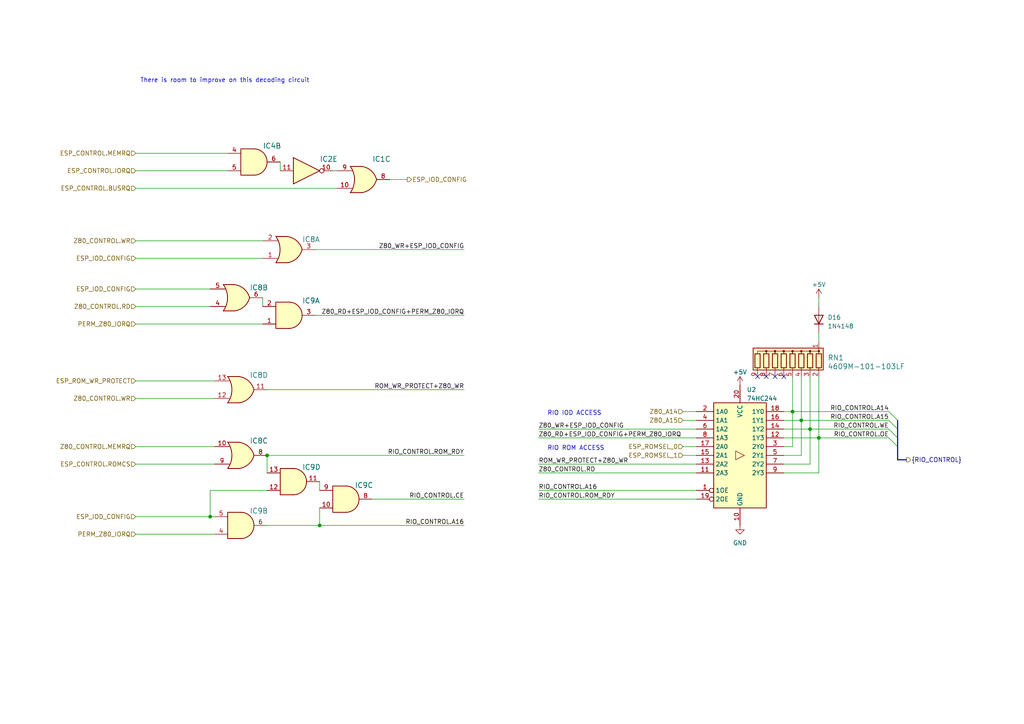
<source format=kicad_sch>
(kicad_sch (version 20230121) (generator eeschema)
  (paper "A4")
  (lib_symbols
    (symbol "74xx:74HC04"
      (property "Reference" "U" (at 0 1.27 0))
      (property "Value" "74HC04" (at 0 -1.27 0))
      (symbol "74HC04_1_0"
        (polyline (pts (xy -3.81 3.81) (xy -3.81 -3.81) (xy 3.81 0) (xy -3.81 3.81)) (stroke (width 0.254)) (fill (type background)))
        (pin input line (at -7.62 0 0) (length 3.81) (name "~") (number "1"))
        (pin output inverted (at 7.62 0 180) (length 3.81) (name "~") (number "2"))
      )
      (symbol "74HC04_2_0"
        (polyline (pts (xy -3.81 3.81) (xy -3.81 -3.81) (xy 3.81 0) (xy -3.81 3.81)) (stroke (width 0.254)) (fill (type background)))
        (pin input line (at -7.62 0 0) (length 3.81) (name "~") (number "3"))
        (pin output inverted (at 7.62 0 180) (length 3.81) (name "~") (number "4"))
      )
      (symbol "74HC04_3_0"
        (polyline (pts (xy -3.81 3.81) (xy -3.81 -3.81) (xy 3.81 0) (xy -3.81 3.81)) (stroke (width 0.254)) (fill (type background)))
        (pin input line (at -7.62 0 0) (length 3.81) (name "~") (number "5"))
        (pin output inverted (at 7.62 0 180) (length 3.81) (name "~") (number "6"))
      )
      (symbol "74HC04_4_0"
        (polyline (pts (xy -3.81 3.81) (xy -3.81 -3.81) (xy 3.81 0) (xy -3.81 3.81)) (stroke (width 0.254)) (fill (type background)))
        (pin output inverted (at 7.62 0 180) (length 3.81) (name "~") (number "8"))
        (pin input line (at -7.62 0 0) (length 3.81) (name "~") (number "9"))
      )
      (symbol "74HC04_5_0"
        (polyline (pts (xy -3.81 3.81) (xy -3.81 -3.81) (xy 3.81 0) (xy -3.81 3.81)) (stroke (width 0.254)) (fill (type background)))
        (pin output inverted (at 7.62 0 180) (length 3.81) (name "~") (number "10"))
        (pin input line (at -7.62 0 0) (length 3.81) (name "~") (number "11"))
      )
      (symbol "74HC04_6_0"
        (polyline (pts (xy -3.81 3.81) (xy -3.81 -3.81) (xy 3.81 0) (xy -3.81 3.81)) (stroke (width 0.254)) (fill (type background)))
        (pin output inverted (at 7.62 0 180) (length 3.81) (name "~") (number "12"))
        (pin input line (at -7.62 0 0) (length 3.81) (name "~") (number "13"))
      )
      (symbol "74HC04_7_0"
        (pin power_in line (at 0 12.7 270) (length 5.08) (name "VCC") (number "14"))
        (pin power_in line (at 0 -12.7 90) (length 5.08) (name "GND") (number "7"))
      )
      (symbol "74HC04_7_1"
        (rectangle (start -5.08 7.62) (end 5.08 -7.62) (stroke (width 0.254)) (fill (type background)))
      )
    )
    (symbol "74xx:74HC244"
      (property "Reference" "U" (at -7.62 16.51 0))
      (property "Value" "74HC244" (at -7.62 -16.51 0))
      (symbol "74HC244_1_0"
        (polyline (pts (xy 1.27 0) (xy -1.27 1.27) (xy -1.27 -1.27) (xy 1.27 0)) (stroke (width 0.1524)))
        (pin input inverted (at -12.7 -10.16 0) (length 5.08) (name "1OE") (number "1"))
        (pin power_in line (at 0 -20.32 90) (length 5.08) (name "GND") (number "10"))
        (pin input line (at -12.7 -5.08 0) (length 5.08) (name "2A3") (number "11"))
        (pin tri_state line (at 12.7 5.08 180) (length 5.08) (name "1Y3") (number "12"))
        (pin input line (at -12.7 -2.54 0) (length 5.08) (name "2A2") (number "13"))
        (pin tri_state line (at 12.7 7.62 180) (length 5.08) (name "1Y2") (number "14"))
        (pin input line (at -12.7 0 0) (length 5.08) (name "2A1") (number "15"))
        (pin tri_state line (at 12.7 10.16 180) (length 5.08) (name "1Y1") (number "16"))
        (pin input line (at -12.7 2.54 0) (length 5.08) (name "2A0") (number "17"))
        (pin tri_state line (at 12.7 12.7 180) (length 5.08) (name "1Y0") (number "18"))
        (pin input inverted (at -12.7 -12.7 0) (length 5.08) (name "2OE") (number "19"))
        (pin input line (at -12.7 12.7 0) (length 5.08) (name "1A0") (number "2"))
        (pin power_in line (at 0 20.32 270) (length 5.08) (name "VCC") (number "20"))
        (pin tri_state line (at 12.7 2.54 180) (length 5.08) (name "2Y0") (number "3"))
        (pin input line (at -12.7 10.16 0) (length 5.08) (name "1A1") (number "4"))
        (pin tri_state line (at 12.7 0 180) (length 5.08) (name "2Y1") (number "5"))
        (pin input line (at -12.7 7.62 0) (length 5.08) (name "1A2") (number "6"))
        (pin tri_state line (at 12.7 -2.54 180) (length 5.08) (name "2Y2") (number "7"))
        (pin input line (at -12.7 5.08 0) (length 5.08) (name "1A3") (number "8"))
        (pin tri_state line (at 12.7 -5.08 180) (length 5.08) (name "2Y3") (number "9"))
      )
      (symbol "74HC244_1_1"
        (rectangle (start -7.62 15.24) (end 7.62 -15.24) (stroke (width 0.254)) (fill (type background)))
      )
    )
    (symbol "74xx:74LS08" (pin_names (offset 1.016))
      (property "Reference" "U" (at 0 1.27 0))
      (property "Value" "74LS08" (at 0 -1.27 0))
      (symbol "74LS08_1_1"
        (arc (start 0 -3.81) (mid 3.7934 0) (end 0 3.81) (stroke (width 0.254)) (fill (type background)))
        (polyline (pts (xy 0 3.81) (xy -3.81 3.81) (xy -3.81 -3.81) (xy 0 -3.81)) (stroke (width 0.254)) (fill (type background)))
        (pin input line (at -7.62 2.54 0) (length 3.81) (name "~") (number "1"))
        (pin input line (at -7.62 -2.54 0) (length 3.81) (name "~") (number "2"))
        (pin output line (at 7.62 0 180) (length 3.81) (name "~") (number "3"))
      )
      (symbol "74LS08_1_2"
        (arc (start -3.81 -3.81) (mid -2.589 0) (end -3.81 3.81) (stroke (width 0.254)))
        (arc (start -0.6096 -3.81) (mid 2.1842 -2.5851) (end 3.81 0) (stroke (width 0.254)) (fill (type background)))
        (polyline (pts (xy -3.81 -3.81) (xy -0.635 -3.81)) (stroke (width 0.254)) (fill (type background)))
        (polyline (pts (xy -3.81 3.81) (xy -0.635 3.81)) (stroke (width 0.254)) (fill (type background)))
        (polyline (pts (xy -0.635 3.81) (xy -3.81 3.81) (xy -3.81 3.81) (xy -3.556 3.4036) (xy -3.0226 2.2606) (xy -2.6924 1.0414) (xy -2.6162 -0.254) (xy -2.7686 -1.4986) (xy -3.175 -2.7178) (xy -3.81 -3.81) (xy -3.81 -3.81) (xy -0.635 -3.81)) (stroke (width -25.4)) (fill (type background)))
        (arc (start 3.81 0) (mid 2.1915 2.5936) (end -0.6096 3.81) (stroke (width 0.254)) (fill (type background)))
        (pin input inverted (at -7.62 2.54 0) (length 4.318) (name "~") (number "1"))
        (pin input inverted (at -7.62 -2.54 0) (length 4.318) (name "~") (number "2"))
        (pin output inverted (at 7.62 0 180) (length 3.81) (name "~") (number "3"))
      )
      (symbol "74LS08_2_1"
        (arc (start 0 -3.81) (mid 3.7934 0) (end 0 3.81) (stroke (width 0.254)) (fill (type background)))
        (polyline (pts (xy 0 3.81) (xy -3.81 3.81) (xy -3.81 -3.81) (xy 0 -3.81)) (stroke (width 0.254)) (fill (type background)))
        (pin input line (at -7.62 2.54 0) (length 3.81) (name "~") (number "4"))
        (pin input line (at -7.62 -2.54 0) (length 3.81) (name "~") (number "5"))
        (pin output line (at 7.62 0 180) (length 3.81) (name "~") (number "6"))
      )
      (symbol "74LS08_2_2"
        (arc (start -3.81 -3.81) (mid -2.589 0) (end -3.81 3.81) (stroke (width 0.254)))
        (arc (start -0.6096 -3.81) (mid 2.1842 -2.5851) (end 3.81 0) (stroke (width 0.254)) (fill (type background)))
        (polyline (pts (xy -3.81 -3.81) (xy -0.635 -3.81)) (stroke (width 0.254)) (fill (type background)))
        (polyline (pts (xy -3.81 3.81) (xy -0.635 3.81)) (stroke (width 0.254)) (fill (type background)))
        (polyline (pts (xy -0.635 3.81) (xy -3.81 3.81) (xy -3.81 3.81) (xy -3.556 3.4036) (xy -3.0226 2.2606) (xy -2.6924 1.0414) (xy -2.6162 -0.254) (xy -2.7686 -1.4986) (xy -3.175 -2.7178) (xy -3.81 -3.81) (xy -3.81 -3.81) (xy -0.635 -3.81)) (stroke (width -25.4)) (fill (type background)))
        (arc (start 3.81 0) (mid 2.1915 2.5936) (end -0.6096 3.81) (stroke (width 0.254)) (fill (type background)))
        (pin input inverted (at -7.62 2.54 0) (length 4.318) (name "~") (number "4"))
        (pin input inverted (at -7.62 -2.54 0) (length 4.318) (name "~") (number "5"))
        (pin output inverted (at 7.62 0 180) (length 3.81) (name "~") (number "6"))
      )
      (symbol "74LS08_3_1"
        (arc (start 0 -3.81) (mid 3.7934 0) (end 0 3.81) (stroke (width 0.254)) (fill (type background)))
        (polyline (pts (xy 0 3.81) (xy -3.81 3.81) (xy -3.81 -3.81) (xy 0 -3.81)) (stroke (width 0.254)) (fill (type background)))
        (pin input line (at -7.62 -2.54 0) (length 3.81) (name "~") (number "10"))
        (pin output line (at 7.62 0 180) (length 3.81) (name "~") (number "8"))
        (pin input line (at -7.62 2.54 0) (length 3.81) (name "~") (number "9"))
      )
      (symbol "74LS08_3_2"
        (arc (start -3.81 -3.81) (mid -2.589 0) (end -3.81 3.81) (stroke (width 0.254)))
        (arc (start -0.6096 -3.81) (mid 2.1842 -2.5851) (end 3.81 0) (stroke (width 0.254)) (fill (type background)))
        (polyline (pts (xy -3.81 -3.81) (xy -0.635 -3.81)) (stroke (width 0.254)) (fill (type background)))
        (polyline (pts (xy -3.81 3.81) (xy -0.635 3.81)) (stroke (width 0.254)) (fill (type background)))
        (polyline (pts (xy -0.635 3.81) (xy -3.81 3.81) (xy -3.81 3.81) (xy -3.556 3.4036) (xy -3.0226 2.2606) (xy -2.6924 1.0414) (xy -2.6162 -0.254) (xy -2.7686 -1.4986) (xy -3.175 -2.7178) (xy -3.81 -3.81) (xy -3.81 -3.81) (xy -0.635 -3.81)) (stroke (width -25.4)) (fill (type background)))
        (arc (start 3.81 0) (mid 2.1915 2.5936) (end -0.6096 3.81) (stroke (width 0.254)) (fill (type background)))
        (pin input inverted (at -7.62 -2.54 0) (length 4.318) (name "~") (number "10"))
        (pin output inverted (at 7.62 0 180) (length 3.81) (name "~") (number "8"))
        (pin input inverted (at -7.62 2.54 0) (length 4.318) (name "~") (number "9"))
      )
      (symbol "74LS08_4_1"
        (arc (start 0 -3.81) (mid 3.7934 0) (end 0 3.81) (stroke (width 0.254)) (fill (type background)))
        (polyline (pts (xy 0 3.81) (xy -3.81 3.81) (xy -3.81 -3.81) (xy 0 -3.81)) (stroke (width 0.254)) (fill (type background)))
        (pin output line (at 7.62 0 180) (length 3.81) (name "~") (number "11"))
        (pin input line (at -7.62 2.54 0) (length 3.81) (name "~") (number "12"))
        (pin input line (at -7.62 -2.54 0) (length 3.81) (name "~") (number "13"))
      )
      (symbol "74LS08_4_2"
        (arc (start -3.81 -3.81) (mid -2.589 0) (end -3.81 3.81) (stroke (width 0.254)))
        (arc (start -0.6096 -3.81) (mid 2.1842 -2.5851) (end 3.81 0) (stroke (width 0.254)) (fill (type background)))
        (polyline (pts (xy -3.81 -3.81) (xy -0.635 -3.81)) (stroke (width 0.254)) (fill (type background)))
        (polyline (pts (xy -3.81 3.81) (xy -0.635 3.81)) (stroke (width 0.254)) (fill (type background)))
        (polyline (pts (xy -0.635 3.81) (xy -3.81 3.81) (xy -3.81 3.81) (xy -3.556 3.4036) (xy -3.0226 2.2606) (xy -2.6924 1.0414) (xy -2.6162 -0.254) (xy -2.7686 -1.4986) (xy -3.175 -2.7178) (xy -3.81 -3.81) (xy -3.81 -3.81) (xy -0.635 -3.81)) (stroke (width -25.4)) (fill (type background)))
        (arc (start 3.81 0) (mid 2.1915 2.5936) (end -0.6096 3.81) (stroke (width 0.254)) (fill (type background)))
        (pin output inverted (at 7.62 0 180) (length 3.81) (name "~") (number "11"))
        (pin input inverted (at -7.62 2.54 0) (length 4.318) (name "~") (number "12"))
        (pin input inverted (at -7.62 -2.54 0) (length 4.318) (name "~") (number "13"))
      )
      (symbol "74LS08_5_0"
        (pin power_in line (at 0 12.7 270) (length 5.08) (name "VCC") (number "14"))
        (pin power_in line (at 0 -12.7 90) (length 5.08) (name "GND") (number "7"))
      )
      (symbol "74LS08_5_1"
        (rectangle (start -5.08 7.62) (end 5.08 -7.62) (stroke (width 0.254)) (fill (type background)))
      )
    )
    (symbol "74xx:74LS32" (pin_names (offset 1.016))
      (property "Reference" "U" (at 0 1.27 0))
      (property "Value" "74LS32" (at 0 -1.27 0))
      (symbol "74LS32_1_1"
        (arc (start -3.81 -3.81) (mid -2.589 0) (end -3.81 3.81) (stroke (width 0.254)))
        (arc (start -0.6096 -3.81) (mid 2.1842 -2.5851) (end 3.81 0) (stroke (width 0.254)) (fill (type background)))
        (polyline (pts (xy -3.81 -3.81) (xy -0.635 -3.81)) (stroke (width 0.254)) (fill (type background)))
        (polyline (pts (xy -3.81 3.81) (xy -0.635 3.81)) (stroke (width 0.254)) (fill (type background)))
        (polyline (pts (xy -0.635 3.81) (xy -3.81 3.81) (xy -3.81 3.81) (xy -3.556 3.4036) (xy -3.0226 2.2606) (xy -2.6924 1.0414) (xy -2.6162 -0.254) (xy -2.7686 -1.4986) (xy -3.175 -2.7178) (xy -3.81 -3.81) (xy -3.81 -3.81) (xy -0.635 -3.81)) (stroke (width -25.4)) (fill (type background)))
        (arc (start 3.81 0) (mid 2.1915 2.5936) (end -0.6096 3.81) (stroke (width 0.254)) (fill (type background)))
        (pin input line (at -7.62 2.54 0) (length 4.318) (name "~") (number "1"))
        (pin input line (at -7.62 -2.54 0) (length 4.318) (name "~") (number "2"))
        (pin output line (at 7.62 0 180) (length 3.81) (name "~") (number "3"))
      )
      (symbol "74LS32_1_2"
        (arc (start 0 -3.81) (mid 3.7934 0) (end 0 3.81) (stroke (width 0.254)) (fill (type background)))
        (polyline (pts (xy 0 3.81) (xy -3.81 3.81) (xy -3.81 -3.81) (xy 0 -3.81)) (stroke (width 0.254)) (fill (type background)))
        (pin input inverted (at -7.62 2.54 0) (length 3.81) (name "~") (number "1"))
        (pin input inverted (at -7.62 -2.54 0) (length 3.81) (name "~") (number "2"))
        (pin output inverted (at 7.62 0 180) (length 3.81) (name "~") (number "3"))
      )
      (symbol "74LS32_2_1"
        (arc (start -3.81 -3.81) (mid -2.589 0) (end -3.81 3.81) (stroke (width 0.254)))
        (arc (start -0.6096 -3.81) (mid 2.1842 -2.5851) (end 3.81 0) (stroke (width 0.254)) (fill (type background)))
        (polyline (pts (xy -3.81 -3.81) (xy -0.635 -3.81)) (stroke (width 0.254)) (fill (type background)))
        (polyline (pts (xy -3.81 3.81) (xy -0.635 3.81)) (stroke (width 0.254)) (fill (type background)))
        (polyline (pts (xy -0.635 3.81) (xy -3.81 3.81) (xy -3.81 3.81) (xy -3.556 3.4036) (xy -3.0226 2.2606) (xy -2.6924 1.0414) (xy -2.6162 -0.254) (xy -2.7686 -1.4986) (xy -3.175 -2.7178) (xy -3.81 -3.81) (xy -3.81 -3.81) (xy -0.635 -3.81)) (stroke (width -25.4)) (fill (type background)))
        (arc (start 3.81 0) (mid 2.1915 2.5936) (end -0.6096 3.81) (stroke (width 0.254)) (fill (type background)))
        (pin input line (at -7.62 2.54 0) (length 4.318) (name "~") (number "4"))
        (pin input line (at -7.62 -2.54 0) (length 4.318) (name "~") (number "5"))
        (pin output line (at 7.62 0 180) (length 3.81) (name "~") (number "6"))
      )
      (symbol "74LS32_2_2"
        (arc (start 0 -3.81) (mid 3.7934 0) (end 0 3.81) (stroke (width 0.254)) (fill (type background)))
        (polyline (pts (xy 0 3.81) (xy -3.81 3.81) (xy -3.81 -3.81) (xy 0 -3.81)) (stroke (width 0.254)) (fill (type background)))
        (pin input inverted (at -7.62 2.54 0) (length 3.81) (name "~") (number "4"))
        (pin input inverted (at -7.62 -2.54 0) (length 3.81) (name "~") (number "5"))
        (pin output inverted (at 7.62 0 180) (length 3.81) (name "~") (number "6"))
      )
      (symbol "74LS32_3_1"
        (arc (start -3.81 -3.81) (mid -2.589 0) (end -3.81 3.81) (stroke (width 0.254)))
        (arc (start -0.6096 -3.81) (mid 2.1842 -2.5851) (end 3.81 0) (stroke (width 0.254)) (fill (type background)))
        (polyline (pts (xy -3.81 -3.81) (xy -0.635 -3.81)) (stroke (width 0.254)) (fill (type background)))
        (polyline (pts (xy -3.81 3.81) (xy -0.635 3.81)) (stroke (width 0.254)) (fill (type background)))
        (polyline (pts (xy -0.635 3.81) (xy -3.81 3.81) (xy -3.81 3.81) (xy -3.556 3.4036) (xy -3.0226 2.2606) (xy -2.6924 1.0414) (xy -2.6162 -0.254) (xy -2.7686 -1.4986) (xy -3.175 -2.7178) (xy -3.81 -3.81) (xy -3.81 -3.81) (xy -0.635 -3.81)) (stroke (width -25.4)) (fill (type background)))
        (arc (start 3.81 0) (mid 2.1915 2.5936) (end -0.6096 3.81) (stroke (width 0.254)) (fill (type background)))
        (pin input line (at -7.62 -2.54 0) (length 4.318) (name "~") (number "10"))
        (pin output line (at 7.62 0 180) (length 3.81) (name "~") (number "8"))
        (pin input line (at -7.62 2.54 0) (length 4.318) (name "~") (number "9"))
      )
      (symbol "74LS32_3_2"
        (arc (start 0 -3.81) (mid 3.7934 0) (end 0 3.81) (stroke (width 0.254)) (fill (type background)))
        (polyline (pts (xy 0 3.81) (xy -3.81 3.81) (xy -3.81 -3.81) (xy 0 -3.81)) (stroke (width 0.254)) (fill (type background)))
        (pin input inverted (at -7.62 -2.54 0) (length 3.81) (name "~") (number "10"))
        (pin output inverted (at 7.62 0 180) (length 3.81) (name "~") (number "8"))
        (pin input inverted (at -7.62 2.54 0) (length 3.81) (name "~") (number "9"))
      )
      (symbol "74LS32_4_1"
        (arc (start -3.81 -3.81) (mid -2.589 0) (end -3.81 3.81) (stroke (width 0.254)))
        (arc (start -0.6096 -3.81) (mid 2.1842 -2.5851) (end 3.81 0) (stroke (width 0.254)) (fill (type background)))
        (polyline (pts (xy -3.81 -3.81) (xy -0.635 -3.81)) (stroke (width 0.254)) (fill (type background)))
        (polyline (pts (xy -3.81 3.81) (xy -0.635 3.81)) (stroke (width 0.254)) (fill (type background)))
        (polyline (pts (xy -0.635 3.81) (xy -3.81 3.81) (xy -3.81 3.81) (xy -3.556 3.4036) (xy -3.0226 2.2606) (xy -2.6924 1.0414) (xy -2.6162 -0.254) (xy -2.7686 -1.4986) (xy -3.175 -2.7178) (xy -3.81 -3.81) (xy -3.81 -3.81) (xy -0.635 -3.81)) (stroke (width -25.4)) (fill (type background)))
        (arc (start 3.81 0) (mid 2.1915 2.5936) (end -0.6096 3.81) (stroke (width 0.254)) (fill (type background)))
        (pin output line (at 7.62 0 180) (length 3.81) (name "~") (number "11"))
        (pin input line (at -7.62 2.54 0) (length 4.318) (name "~") (number "12"))
        (pin input line (at -7.62 -2.54 0) (length 4.318) (name "~") (number "13"))
      )
      (symbol "74LS32_4_2"
        (arc (start 0 -3.81) (mid 3.7934 0) (end 0 3.81) (stroke (width 0.254)) (fill (type background)))
        (polyline (pts (xy 0 3.81) (xy -3.81 3.81) (xy -3.81 -3.81) (xy 0 -3.81)) (stroke (width 0.254)) (fill (type background)))
        (pin output inverted (at 7.62 0 180) (length 3.81) (name "~") (number "11"))
        (pin input inverted (at -7.62 2.54 0) (length 3.81) (name "~") (number "12"))
        (pin input inverted (at -7.62 -2.54 0) (length 3.81) (name "~") (number "13"))
      )
      (symbol "74LS32_5_0"
        (pin power_in line (at 0 12.7 270) (length 5.08) (name "VCC") (number "14"))
        (pin power_in line (at 0 -12.7 90) (length 5.08) (name "GND") (number "7"))
      )
      (symbol "74LS32_5_1"
        (rectangle (start -5.08 7.62) (end 5.08 -7.62) (stroke (width 0.254)) (fill (type background)))
      )
    )
    (symbol "Device:D" (pin_numbers hide) (pin_names (offset 1.016) hide)
      (property "Reference" "D" (at 0 2.54 0))
      (property "Value" "D" (at 0 -2.54 0))
      (symbol "D_0_1"
        (polyline (pts (xy -1.27 1.27) (xy -1.27 -1.27)) (stroke (width 0.254)))
        (polyline (pts (xy 1.27 0) (xy -1.27 0)))
        (polyline (pts (xy 1.27 1.27) (xy 1.27 -1.27) (xy -1.27 0) (xy 1.27 1.27)) (stroke (width 0.254)))
      )
      (symbol "D_1_1"
        (pin passive line (at -3.81 0 0) (length 2.54) (name "K") (number "1"))
        (pin passive line (at 3.81 0 180) (length 2.54) (name "A") (number "2"))
      )
    )
    (symbol "Device:R_Network08" (pin_names (offset 0) hide)
      (property "Reference" "RN" (at -12.7 0 90))
      (property "Value" "R_Network08" (at 10.16 0 90))
      (symbol "R_Network08_0_1"
        (rectangle (start -11.43 -3.175) (end 8.89 3.175) (stroke (width 0.254)) (fill (type background)))
        (rectangle (start -10.922 1.524) (end -9.398 -2.54) (stroke (width 0.254)))
        (circle (center -10.16 2.286) (radius 0.254) (fill (type outline)))
        (rectangle (start -8.382 1.524) (end -6.858 -2.54) (stroke (width 0.254)))
        (circle (center -7.62 2.286) (radius 0.254) (fill (type outline)))
        (rectangle (start -5.842 1.524) (end -4.318 -2.54) (stroke (width 0.254)))
        (circle (center -5.08 2.286) (radius 0.254) (fill (type outline)))
        (rectangle (start -3.302 1.524) (end -1.778 -2.54) (stroke (width 0.254)))
        (circle (center -2.54 2.286) (radius 0.254) (fill (type outline)))
        (rectangle (start -0.762 1.524) (end 0.762 -2.54) (stroke (width 0.254)))
        (polyline (pts (xy -10.16 -2.54) (xy -10.16 -3.81)))
        (polyline (pts (xy -7.62 -2.54) (xy -7.62 -3.81)))
        (polyline (pts (xy -5.08 -2.54) (xy -5.08 -3.81)))
        (polyline (pts (xy -2.54 -2.54) (xy -2.54 -3.81)))
        (polyline (pts (xy 0 -2.54) (xy 0 -3.81)))
        (polyline (pts (xy 2.54 -2.54) (xy 2.54 -3.81)))
        (polyline (pts (xy 5.08 -2.54) (xy 5.08 -3.81)))
        (polyline (pts (xy 7.62 -2.54) (xy 7.62 -3.81)))
        (polyline (pts (xy -10.16 1.524) (xy -10.16 2.286) (xy -7.62 2.286) (xy -7.62 1.524)))
        (polyline (pts (xy -7.62 1.524) (xy -7.62 2.286) (xy -5.08 2.286) (xy -5.08 1.524)))
        (polyline (pts (xy -5.08 1.524) (xy -5.08 2.286) (xy -2.54 2.286) (xy -2.54 1.524)))
        (polyline (pts (xy -2.54 1.524) (xy -2.54 2.286) (xy 0 2.286) (xy 0 1.524)))
        (polyline (pts (xy 0 1.524) (xy 0 2.286) (xy 2.54 2.286) (xy 2.54 1.524)))
        (polyline (pts (xy 2.54 1.524) (xy 2.54 2.286) (xy 5.08 2.286) (xy 5.08 1.524)))
        (polyline (pts (xy 5.08 1.524) (xy 5.08 2.286) (xy 7.62 2.286) (xy 7.62 1.524)))
        (circle (center 0 2.286) (radius 0.254) (fill (type outline)))
        (rectangle (start 1.778 1.524) (end 3.302 -2.54) (stroke (width 0.254)))
        (circle (center 2.54 2.286) (radius 0.254) (fill (type outline)))
        (rectangle (start 4.318 1.524) (end 5.842 -2.54) (stroke (width 0.254)))
        (circle (center 5.08 2.286) (radius 0.254) (fill (type outline)))
        (rectangle (start 6.858 1.524) (end 8.382 -2.54) (stroke (width 0.254)))
      )
      (symbol "R_Network08_1_1"
        (pin passive line (at -10.16 5.08 270) (length 2.54) (name "common") (number "1"))
        (pin passive line (at -10.16 -5.08 90) (length 1.27) (name "R1") (number "2"))
        (pin passive line (at -7.62 -5.08 90) (length 1.27) (name "R2") (number "3"))
        (pin passive line (at -5.08 -5.08 90) (length 1.27) (name "R3") (number "4"))
        (pin passive line (at -2.54 -5.08 90) (length 1.27) (name "R4") (number "5"))
        (pin passive line (at 0 -5.08 90) (length 1.27) (name "R5") (number "6"))
        (pin passive line (at 2.54 -5.08 90) (length 1.27) (name "R6") (number "7"))
        (pin passive line (at 5.08 -5.08 90) (length 1.27) (name "R7") (number "8"))
        (pin passive line (at 7.62 -5.08 90) (length 1.27) (name "R8") (number "9"))
      )
    )
    (symbol "power:+5V" (power) (pin_names (offset 0))
      (property "Value" "+5V" (at 0 3.556 0))
      (symbol "+5V_0_1"
        (polyline (pts (xy -0.762 1.27) (xy 0 2.54)))
        (polyline (pts (xy 0 0) (xy 0 2.54)))
        (polyline (pts (xy 0 2.54) (xy 0.762 1.27)))
      )
      (symbol "+5V_1_1"
        (pin power_in line (at 0 0 90) (length 0) hide (name "+5V") (number "1"))
      )
    )
    (symbol "power:GND" (power) (pin_names (offset 0))
      (property "Value" "GND" (at 0 -3.81 0))
      (symbol "GND_0_1"
        (polyline (pts (xy 0 0) (xy 0 -1.27) (xy 1.27 -1.27) (xy 0 -2.54) (xy -1.27 -1.27) (xy 0 -1.27)))
      )
      (symbol "GND_1_1"
        (pin power_in line (at 0 0 270) (length 0) hide (name "GND") (number "1"))
      )
    )
  )
  (junction (at 232.41 121.92))
  (junction (at 92.71 152.4))
  (junction (at 77.47 132.08))
  (junction (at 234.95 124.46))
  (junction (at 237.49 127))
  (junction (at 229.87 119.38))
  (junction (at 60.96 149.86))
  (no_connect (at 222.25 109.22))
  (no_connect (at 224.79 109.22))
  (no_connect (at 227.33 109.22))
  (no_connect (at 219.71 109.22))
  (bus_entry (at 257.81 121.92) (size 2.54 2.54))
  (bus_entry (at 257.81 127) (size 2.54 2.54))
  (bus_entry (at 257.81 124.46) (size 2.54 2.54))
  (bus_entry (at 257.81 119.38) (size 2.54 2.54))
  (bus (pts (xy 260.35 124.46) (xy 260.35 127)))
  (wire (pts (xy 39.37 149.86) (xy 60.96 149.86)))
  (bus (pts (xy 260.35 129.54) (xy 260.35 133.35)))
  (wire (pts (xy 134.62 144.78) (xy 107.95 144.78)))
  (wire (pts (xy 227.33 132.08) (xy 232.41 132.08)))
  (wire (pts (xy 227.33 137.16) (xy 237.49 137.16)))
  (wire (pts (xy 62.23 134.62) (xy 39.37 134.62)))
  (wire (pts (xy 232.41 121.92) (xy 257.81 121.92)))
  (wire (pts (xy 237.49 109.22) (xy 237.49 127)))
  (wire (pts (xy 232.41 121.92) (xy 232.41 132.08)))
  (wire (pts (xy 81.28 46.99) (xy 81.28 49.53)))
  (bus (pts (xy 260.35 121.92) (xy 260.35 124.46)))
  (wire (pts (xy 134.62 132.08) (xy 77.47 132.08)))
  (wire (pts (xy 156.21 127) (xy 201.93 127)))
  (wire (pts (xy 156.21 124.46) (xy 201.93 124.46)))
  (wire (pts (xy 227.33 124.46) (xy 234.95 124.46)))
  (wire (pts (xy 229.87 119.38) (xy 257.81 119.38)))
  (wire (pts (xy 62.23 115.57) (xy 39.37 115.57)))
  (wire (pts (xy 234.95 124.46) (xy 257.81 124.46)))
  (wire (pts (xy 92.71 139.7) (xy 92.71 142.24)))
  (wire (pts (xy 113.03 52.07) (xy 118.11 52.07)))
  (wire (pts (xy 62.23 154.94) (xy 39.37 154.94)))
  (wire (pts (xy 39.37 93.98) (xy 76.2 93.98)))
  (wire (pts (xy 62.23 129.54) (xy 39.37 129.54)))
  (wire (pts (xy 77.47 137.16) (xy 77.47 132.08)))
  (wire (pts (xy 156.21 142.24) (xy 201.93 142.24)))
  (wire (pts (xy 232.41 109.22) (xy 232.41 121.92)))
  (wire (pts (xy 62.23 149.86) (xy 60.96 149.86)))
  (wire (pts (xy 201.93 137.16) (xy 156.21 137.16)))
  (wire (pts (xy 237.49 86.36) (xy 237.49 88.9)))
  (wire (pts (xy 156.21 144.78) (xy 201.93 144.78)))
  (wire (pts (xy 201.93 132.08) (xy 198.12 132.08)))
  (bus (pts (xy 262.89 133.35) (xy 260.35 133.35)))
  (wire (pts (xy 97.79 54.61) (xy 39.37 54.61)))
  (wire (pts (xy 62.23 110.49) (xy 39.37 110.49)))
  (wire (pts (xy 96.52 49.53) (xy 97.79 49.53)))
  (wire (pts (xy 39.37 44.45) (xy 66.04 44.45)))
  (wire (pts (xy 229.87 109.22) (xy 229.87 119.38)))
  (wire (pts (xy 227.33 121.92) (xy 232.41 121.92)))
  (wire (pts (xy 76.2 86.36) (xy 76.2 88.9)))
  (wire (pts (xy 227.33 127) (xy 237.49 127)))
  (bus (pts (xy 260.35 127) (xy 260.35 129.54)))
  (wire (pts (xy 91.44 91.44) (xy 134.62 91.44)))
  (wire (pts (xy 77.47 142.24) (xy 60.96 142.24)))
  (wire (pts (xy 234.95 109.22) (xy 234.95 124.46)))
  (wire (pts (xy 227.33 129.54) (xy 229.87 129.54)))
  (wire (pts (xy 227.33 119.38) (xy 229.87 119.38)))
  (wire (pts (xy 201.93 129.54) (xy 198.12 129.54)))
  (wire (pts (xy 60.96 83.82) (xy 39.37 83.82)))
  (wire (pts (xy 76.2 74.93) (xy 39.37 74.93)))
  (wire (pts (xy 201.93 119.38) (xy 198.12 119.38)))
  (wire (pts (xy 76.2 69.85) (xy 39.37 69.85)))
  (wire (pts (xy 237.49 127) (xy 237.49 137.16)))
  (wire (pts (xy 77.47 152.4) (xy 92.71 152.4)))
  (wire (pts (xy 77.47 113.03) (xy 134.62 113.03)))
  (wire (pts (xy 60.96 142.24) (xy 60.96 149.86)))
  (wire (pts (xy 66.04 49.53) (xy 39.37 49.53)))
  (wire (pts (xy 234.95 124.46) (xy 234.95 134.62)))
  (wire (pts (xy 237.49 127) (xy 257.81 127)))
  (wire (pts (xy 227.33 134.62) (xy 234.95 134.62)))
  (wire (pts (xy 91.44 72.39) (xy 134.62 72.39)))
  (wire (pts (xy 201.93 121.92) (xy 198.12 121.92)))
  (wire (pts (xy 229.87 129.54) (xy 229.87 119.38)))
  (wire (pts (xy 60.96 88.9) (xy 39.37 88.9)))
  (wire (pts (xy 237.49 96.52) (xy 237.49 99.06)))
  (wire (pts (xy 156.21 134.62) (xy 201.93 134.62)))
  (wire (pts (xy 92.71 152.4) (xy 92.71 147.32)))
  (wire (pts (xy 134.62 152.4) (xy 92.71 152.4)))
  (text "There is room to improve on this decoding circuit" (at 40.64 24.13 0) (effects (font (size 1.27 1.27)) (justify left bottom)))
  (text "RIO IOD ACCESS" (at 158.75 120.65 0) (effects (font (size 1.27 1.27)) (justify left bottom)))
  (text "RIO ROM ACCESS" (at 158.75 130.81 0) (effects (font (size 1.27 1.27)) (justify left bottom)))
  (label "RIO_CONTROL.A14" (at 257.81 119.38 180))
  (label "ROM_WR_PROTECT+Z80_WR" (at 156.21 134.62 0))
  (label "Z80_WR+ESP_IOD_CONFIG" (at 156.21 124.46 0))
  (label "Z80_RD+ESP_IOD_CONFIG+PERM_Z80_IORQ" (at 156.21 127 0))
  (label "Z80_RD+ESP_IOD_CONFIG+PERM_Z80_IORQ" (at 134.62 91.44 180))
  (label "Z80_CONTROL.RD" (at 156.21 137.16 0))
  (label "RIO_CONTROL.ROM_RDY" (at 134.62 132.08 180))
  (label "RIO_CONTROL.WE" (at 257.81 124.46 180))
  (label "RIO_CONTROL.A15" (at 257.81 121.92 180))
  (label "Z80_WR+ESP_IOD_CONFIG" (at 134.62 72.39 180))
  (label "RIO_CONTROL.A16" (at 134.62 152.4 180))
  (label "RIO_CONTROL.ROM_RDY" (at 156.21 144.78 0))
  (label "RIO_CONTROL.OE" (at 257.81 127 180))
  (label "RIO_CONTROL.CE" (at 134.62 144.78 180))
  (label "ROM_WR_PROTECT+Z80_WR" (at 134.62 113.03 180))
  (label "RIO_CONTROL.A16" (at 156.21 142.24 0))
  (hierarchical_label "ESP_ROMSEL_1" (shape input) (at 198.12 132.08 180))
  (hierarchical_label "Z80_A15" (shape input) (at 198.12 121.92 180))
  (hierarchical_label "ESP_CONTROL.ROMCS" (shape input) (at 39.37 134.62 180))
  (hierarchical_label "{RIO_CONTROL}" (shape output) (at 262.89 133.35 0))
  (hierarchical_label "Z80_CONTROL.MEMRQ" (shape input) (at 39.37 129.54 180))
  (hierarchical_label "PERM_Z80_IORQ" (shape input) (at 39.37 154.94 180))
  (hierarchical_label "Z80_CONTROL.WR" (shape input) (at 39.37 69.85 180))
  (hierarchical_label "ESP_ROMSEL_0" (shape input) (at 198.12 129.54 180))
  (hierarchical_label "Z80_CONTROL.RD" (shape input) (at 39.37 88.9 180))
  (hierarchical_label "ESP_IOD_CONFIG" (shape input) (at 39.37 83.82 180))
  (hierarchical_label "ESP_IOD_CONFIG" (shape input) (at 39.37 74.93 180))
  (hierarchical_label "ESP_ROM_WR_PROTECT" (shape input) (at 39.37 110.49 180))
  (hierarchical_label "ESP_CONTROL.IORQ" (shape input) (at 39.37 49.53 180))
  (hierarchical_label "Z80_A14" (shape input) (at 198.12 119.38 180))
  (hierarchical_label "ESP_IOD_CONFIG" (shape output) (at 118.11 52.07 0))
  (hierarchical_label "ESP_CONTROL.MEMRQ" (shape input) (at 39.37 44.45 180))
  (hierarchical_label "ESP_IOD_CONFIG" (shape input) (at 39.37 149.86 180))
  (hierarchical_label "Z80_CONTROL.WR" (shape input) (at 39.37 115.57 180))
  (hierarchical_label "PERM_Z80_IORQ" (shape input) (at 39.37 93.98 180))
  (hierarchical_label "ESP_CONTROL.BUSRQ" (shape input) (at 39.37 54.61 180))
  (symbol (lib_id "74xx:74LS08") (at 73.66 46.99 0) (unit 2)
    (property "Reference" "IC4" (at 76.2 43.18 0) (effects (font (size 1.4986 1.4986)) (justify left bottom)))
    (property "Value" "74HC08N" (effects hide))
    (property "Footprint" "Package_DIP:DIP-14_W7.62mm_Socket" (effects hide))
    (property "Datasheet" "http://www.ti.com/lit/gpn/sn74LS08" (effects hide))
    (instances (project "FujiNet_Z80Bus_ReferenceDesign" (path "" (reference "IC4") (unit 2)) (path "" (reference "IC4") (unit 2)) (path "" (reference "IC8") (unit 2))) (project "Logic core" (path "" (reference "IC6") (unit 2))))
  )
  (symbol (lib_id "74xx:74LS08") (at 69.85 152.4 0) (mirror x) (unit 2)
    (property "Reference" "IC9" (at 72.39 147.32 0) (effects (font (size 1.4986 1.4986)) (justify left bottom)))
    (property "Value" "74HC08N" (effects hide))
    (property "Footprint" "Package_DIP:DIP-14_W7.62mm_Socket" (effects hide))
    (property "Datasheet" "http://www.ti.com/lit/gpn/sn74LS08" (effects hide))
    (instances (project "FujiNet_Z80Bus_ReferenceDesign" (path "" (reference "IC9") (unit 2)) (path "" (reference "IC9") (unit 2)) (path "" (reference "IC10") (unit 2))) (project "Logic core" (path "" (reference "IC10") (unit 2))))
  )
  (symbol (lib_id "power:+5V") (at 214.63 111.76 0) (unit 1)
    (property "Reference" "#PWR022" (effects hide))
    (property "Value" "+5V" (at 214.63 107.95 0))
    (instances (project "FujiNet_Z80Bus_ReferenceDesign" (path "" (reference "#PWR022") (unit 1)) (path "" (reference "#PWR022") (unit 1)) (path "" (reference "#PWR058") (unit 1))) (project "Logic core" (path "" (reference "#PWR011") (unit 1))))
  )
  (symbol (lib_id "74xx:74HC04") (at 88.9 49.53 0) (unit 5)
    (property "Reference" "IC2" (at 92.71 46.99 0) (effects (font (size 1.4986 1.4986)) (justify left bottom)))
    (property "Value" "7404N" (effects hide))
    (property "Footprint" "Package_DIP:DIP-14_W7.62mm_Socket" (effects hide))
    (property "Datasheet" "https://assets.nexperia.com/documents/data-sheet/74HC_HCT04.pdf" (effects hide))
    (instances (project "FujiNet_Z80Bus_ReferenceDesign" (path "" (reference "IC2") (unit 5)) (path "" (reference "IC2") (unit 5)) (path "" (reference "IC4") (unit 5))) (project "Logic core" (path "" (reference "IC1") (unit 5))))
  )
  (symbol (lib_id "74xx:74LS32") (at 83.82 72.39 0) (mirror x) (unit 1)
    (property "Reference" "IC8" (at 87.63 68.58 0) (effects (font (size 1.4986 1.4986)) (justify left bottom)))
    (property "Value" "74HC32N" (effects hide))
    (property "Footprint" "Package_DIP:DIP-14_W7.62mm_Socket" (effects hide))
    (property "Datasheet" "http://www.ti.com/lit/gpn/sn74LS32" (effects hide))
    (instances (project "FujiNet_Z80Bus_ReferenceDesign" (path "" (reference "IC8") (unit 1)) (path "" (reference "IC8") (unit 1)) (path "" (reference "IC5") (unit 1))) (project "Logic core" (path "" (reference "IC9") (unit 1))))
  )
  (symbol (lib_id "74xx:74LS08") (at 83.82 91.44 0) (mirror x) (unit 1)
    (property "Reference" "IC9" (at 87.63 86.36 0) (effects (font (size 1.4986 1.4986)) (justify left bottom)))
    (property "Value" "74HC08N" (effects hide))
    (property "Footprint" "Package_DIP:DIP-14_W7.62mm_Socket" (effects hide))
    (property "Datasheet" "http://www.ti.com/lit/gpn/sn74LS08" (effects hide))
    (instances (project "FujiNet_Z80Bus_ReferenceDesign" (path "" (reference "IC9") (unit 1)) (path "" (reference "IC9") (unit 1)) (path "" (reference "IC10") (unit 1))) (project "Logic core" (path "" (reference "IC10") (unit 1))))
  )
  (symbol (lib_id "74xx:74LS08") (at 100.33 144.78 0) (unit 3)
    (property "Reference" "IC9" (at 102.87 141.605 0) (effects (font (size 1.4986 1.4986)) (justify left bottom)))
    (property "Value" "74HC08N" (effects hide))
    (property "Footprint" "Package_DIP:DIP-14_W7.62mm_Socket" (effects hide))
    (property "Datasheet" "http://www.ti.com/lit/gpn/sn74LS08" (effects hide))
    (instances (project "FujiNet_Z80Bus_ReferenceDesign" (path "" (reference "IC9") (unit 3)) (path "" (reference "IC9") (unit 3)) (path "" (reference "IC10") (unit 3))) (project "Logic core" (path "" (reference "IC10") (unit 3))))
  )
  (symbol (lib_id "power:GND") (at 214.63 152.4 0) (unit 1)
    (property "Reference" "#PWR059" (effects hide))
    (property "Value" "GND" (at 214.63 157.48 0))
  )
  (symbol (lib_id "power:+5V") (at 237.49 86.36 0) (unit 1)
    (property "Reference" "#PWR022" (effects hide))
    (property "Value" "+5V" (at 237.49 82.55 0))
    (instances (project "FujiNet_Z80Bus_ReferenceDesign" (path "" (reference "#PWR022") (unit 1)) (path "" (reference "#PWR022") (unit 1)) (path "" (reference "#PWR031") (unit 1))) (project "Logic core" (path "" (reference "#PWR011") (unit 1))))
  )
  (symbol (lib_id "74xx:74LS32") (at 68.58 86.36 0) (mirror x) (unit 2)
    (property "Reference" "IC8" (at 72.39 82.55 0) (effects (font (size 1.4986 1.4986)) (justify left bottom)))
    (property "Value" "74HC32N" (effects hide))
    (property "Footprint" "Package_DIP:DIP-14_W7.62mm_Socket" (effects hide))
    (property "Datasheet" "http://www.ti.com/lit/gpn/sn74LS32" (effects hide))
    (instances (project "FujiNet_Z80Bus_ReferenceDesign" (path "" (reference "IC8") (unit 2)) (path "" (reference "IC8") (unit 2)) (path "" (reference "IC5") (unit 2))) (project "Logic core" (path "" (reference "IC9") (unit 2))))
  )
  (symbol (lib_id "74xx:74LS32") (at 105.41 52.07 0) (unit 3)
    (property "Reference" "IC1" (at 107.95 46.99 0) (effects (font (size 1.4986 1.4986)) (justify left bottom)))
    (property "Value" "74HC32N" (effects hide))
    (property "Footprint" "Package_DIP:DIP-14_W7.62mm_Socket" (effects hide))
    (property "Datasheet" "http://www.ti.com/lit/gpn/sn74LS32" (effects hide))
    (instances (project "FujiNet_Z80Bus_ReferenceDesign" (path "" (reference "IC1") (unit 3)) (path "" (reference "IC1") (unit 3)) (path "" (reference "IC7") (unit 3))) (project "Logic core" (path "" (reference "IC5") (unit 3))))
  )
  (symbol (lib_id "74xx:74LS32") (at 69.85 113.03 0) (mirror x) (unit 4)
    (property "Reference" "IC8" (at 72.39 107.95 0) (effects (font (size 1.4986 1.4986)) (justify left bottom)))
    (property "Value" "74HC32N" (effects hide))
    (property "Footprint" "Package_DIP:DIP-14_W7.62mm_Socket" (effects hide))
    (property "Datasheet" "http://www.ti.com/lit/gpn/sn74LS32" (effects hide))
    (instances (project "FujiNet_Z80Bus_ReferenceDesign" (path "" (reference "IC8") (unit 4)) (path "" (reference "IC8") (unit 4)) (path "" (reference "IC9") (unit 4))) (project "Logic core" (path "" (reference "IC9") (unit 4))))
  )
  (symbol (lib_id "Device:R_Network08") (at 227.33 104.14 0) (mirror y) (unit 1)
    (property "Reference" "RN1" (at 240.03 103.759 0) (effects (font (size 1.4986 1.4986)) (justify right)))
    (property "Value" "4609M-101-103LF" (at 240.03 106.299 0) (effects (font (size 1.4986 1.4986)) (justify right)))
    (property "Footprint" "Resistor_THT:R_Array_SIP9" (effects hide))
    (property "Datasheet" "http://www.vishay.com/docs/31509/csc.pdf" (effects hide))
  )
  (symbol (lib_id "Device:D") (at 237.49 92.71 270) (mirror x) (unit 1)
    (property "Reference" "D16" (at 240.03 92.075 90) (effects (justify left)))
    (property "Value" "1N4148" (at 240.03 94.615 90) (effects (justify left)))
    (property "Footprint" "Diode_THT:D_T-1_P5.08mm_Horizontal" (effects hide))
    (instances (project "FujiNet_Z80Bus_ReferenceDesign" (path "" (reference "D16") (unit 1)) (path "" (reference "D16") (unit 1)) (path "" (reference "D14") (unit 1))) (project "Logic core" (path "" (reference "D4") (unit 1))))
  )
  (symbol (lib_id "74xx:74HC244") (at 214.63 132.08 0) (unit 1)
    (property "Reference" "U2" (at 216.5859 113.03 0) (effects (justify left)))
    (property "Value" "74HC244" (at 216.5859 115.57 0) (effects (justify left)))
    (property "Datasheet" "https://assets.nexperia.com/documents/data-sheet/74HC_HCT244.pdf" (effects hide))
  )
  (symbol (lib_id "74xx:74LS32") (at 69.85 132.08 0) (mirror x) (unit 3)
    (property "Reference" "IC8" (at 72.39 127 0) (effects (font (size 1.4986 1.4986)) (justify left bottom)))
    (property "Value" "74HC32N" (effects hide))
    (property "Footprint" "Package_DIP:DIP-14_W7.62mm_Socket" (effects hide))
    (property "Datasheet" "http://www.ti.com/lit/gpn/sn74LS32" (effects hide))
    (instances (project "FujiNet_Z80Bus_ReferenceDesign" (path "" (reference "IC8") (unit 3)) (path "" (reference "IC8") (unit 3)) (path "" (reference "IC9") (unit 3))) (project "Logic core" (path "" (reference "IC9") (unit 3))))
  )
  (symbol (lib_id "74xx:74LS08") (at 85.09 139.7 0) (mirror x) (unit 4)
    (property "Reference" "IC9" (at 87.63 134.62 0) (effects (font (size 1.4986 1.4986)) (justify left bottom)))
    (property "Value" "74HC08N" (effects hide))
    (property "Footprint" "Package_DIP:DIP-14_W7.62mm_Socket" (effects hide))
    (property "Datasheet" "http://www.ti.com/lit/gpn/sn74LS08" (effects hide))
    (instances (project "FujiNet_Z80Bus_ReferenceDesign" (path "" (reference "IC9") (unit 4)) (path "" (reference "IC9") (unit 4)) (path "" (reference "IC10") (unit 4))) (project "Logic core" (path "" (reference "IC10") (unit 4))))
  )
)
</source>
